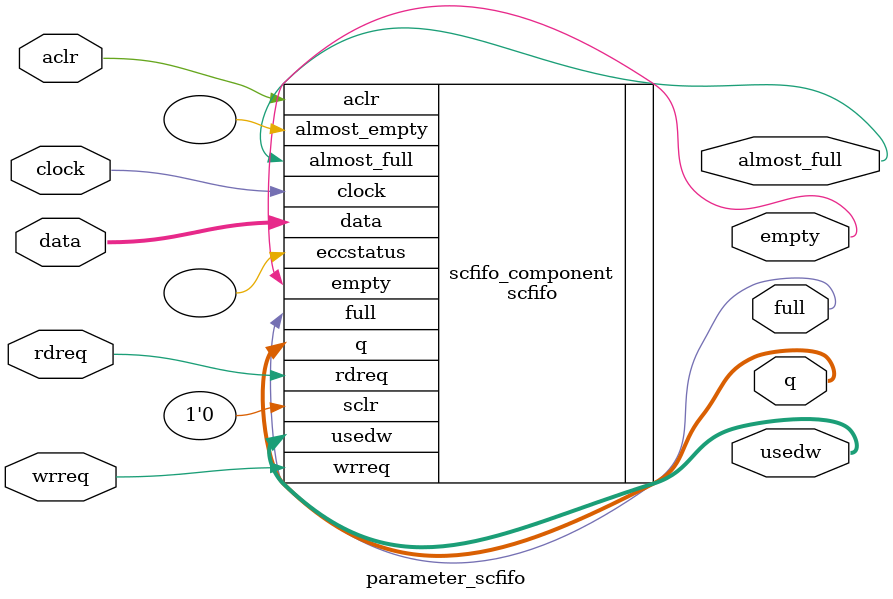
<source format=sv>


module parameter_scfifo #(
    parameter int ADDR_WIDTH        = 4
   ,parameter int DATA_WIDTH        = 64
   ,parameter int ALMOST_FULL_VALUE = 3
   ,parameter     RAM_BLOCK_TYPE = "MLAB" //MLAB or M20K
   ,parameter int NUMBER_WORDS      = 0
) (
    input  logic                    clock
   ,input  logic                    aclr
   ,input  logic                    wrreq
   ,input  logic                    rdreq
   ,input  logic [DATA_WIDTH - 1:0] data
   ,output logic                    almost_full
   ,output logic                    empty
   ,output logic                    full
   ,output logic [DATA_WIDTH - 1:0] q
   ,output logic [ADDR_WIDTH - 1:0] usedw
);

   localparam int NUMBER_WORDS_FINAL = (NUMBER_WORDS & RAM_BLOCK_TYPE == "MLAB") ? NUMBER_WORDS : ADDR_WIDTH;
   localparam int ALMOST_FULL = 2**NUMBER_WORDS_FINAL - 1 - ALMOST_FULL_VALUE;
   localparam     RAM_BLOCK_TYPE_STRING = {"RAM_BLOCK_TYPE=", RAM_BLOCK_TYPE};

   scfifo scfifo_component (
       .clock         (clock      )
      ,.data          (data       )
      ,.rdreq         (rdreq      )
      ,.wrreq         (wrreq      )
      ,.almost_full   (almost_full)
      ,.empty         (empty      )
      ,.full          (full       )
      ,.q             (q          )
      ,.aclr          (aclr       )
      ,.almost_empty  (           )
      ,.eccstatus     (           )
      ,.sclr          (1'b0       )
      ,.usedw         (usedw      )
   );
   defparam
      scfifo_component.add_ram_output_register  = "ON",
      scfifo_component.almost_full_value  = ALMOST_FULL,
      scfifo_component.enable_ecc  = "FALSE",
      scfifo_component.intended_device_family  = "Arria 10",
      scfifo_component.lpm_hint  = RAM_BLOCK_TYPE_STRING,
      scfifo_component.lpm_numwords  = 2**NUMBER_WORDS_FINAL,
      scfifo_component.lpm_showahead  = "ON",
      scfifo_component.lpm_type  = "scfifo",
      scfifo_component.lpm_width  = DATA_WIDTH,
      scfifo_component.lpm_widthu  = NUMBER_WORDS_FINAL,
      scfifo_component.overflow_checking  = "ON",
      scfifo_component.underflow_checking  = "ON",
      scfifo_component.use_eab  = "ON";
endmodule

</source>
